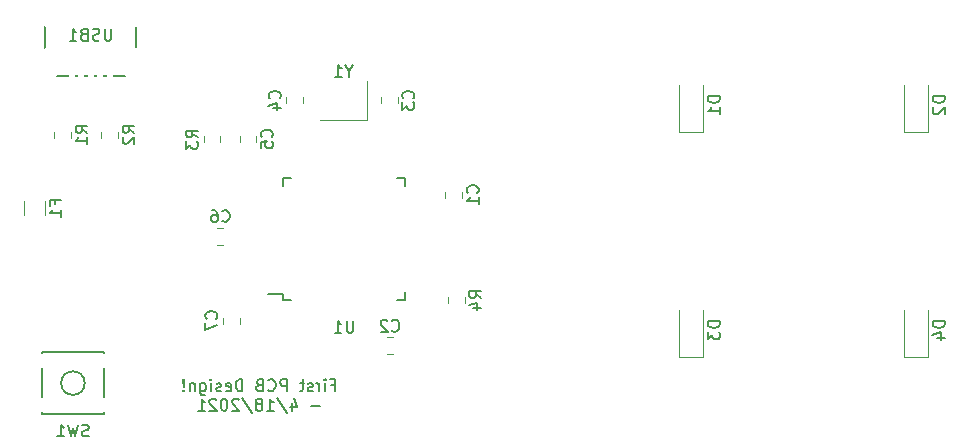
<source format=gbo>
G04 #@! TF.GenerationSoftware,KiCad,Pcbnew,(5.1.4)-1*
G04 #@! TF.CreationDate,2021-04-18T17:33:52-07:00*
G04 #@! TF.ProjectId,ai03-pcb-guide,61693033-2d70-4636-922d-67756964652e,rev?*
G04 #@! TF.SameCoordinates,Original*
G04 #@! TF.FileFunction,Legend,Bot*
G04 #@! TF.FilePolarity,Positive*
%FSLAX46Y46*%
G04 Gerber Fmt 4.6, Leading zero omitted, Abs format (unit mm)*
G04 Created by KiCad (PCBNEW (5.1.4)-1) date 2021-04-18 17:33:52*
%MOMM*%
%LPD*%
G04 APERTURE LIST*
%ADD10C,0.150000*%
%ADD11C,0.120000*%
%ADD12R,1.302000X1.002000*%
%ADD13R,1.502000X1.302000*%
%ADD14O,1.802000X2.802000*%
%ADD15R,0.602000X2.352000*%
%ADD16R,1.602000X0.652000*%
%ADD17R,0.652000X1.602000*%
%ADD18R,1.902000X1.202000*%
%ADD19C,0.100000*%
%ADD20C,1.077000*%
%ADD21C,1.852000*%
%ADD22R,2.007000X2.007000*%
%ADD23C,2.007000*%
%ADD24C,2.352000*%
%ADD25C,4.089800*%
%ADD26C,2.352000*%
%ADD27C,1.352000*%
G04 APERTURE END LIST*
D10*
X128308928Y-151503571D02*
X128642261Y-151503571D01*
X128642261Y-152027380D02*
X128642261Y-151027380D01*
X128166071Y-151027380D01*
X127785119Y-152027380D02*
X127785119Y-151360714D01*
X127785119Y-151027380D02*
X127832738Y-151075000D01*
X127785119Y-151122619D01*
X127737500Y-151075000D01*
X127785119Y-151027380D01*
X127785119Y-151122619D01*
X127308928Y-152027380D02*
X127308928Y-151360714D01*
X127308928Y-151551190D02*
X127261309Y-151455952D01*
X127213690Y-151408333D01*
X127118452Y-151360714D01*
X127023214Y-151360714D01*
X126737500Y-151979761D02*
X126642261Y-152027380D01*
X126451785Y-152027380D01*
X126356547Y-151979761D01*
X126308928Y-151884523D01*
X126308928Y-151836904D01*
X126356547Y-151741666D01*
X126451785Y-151694047D01*
X126594642Y-151694047D01*
X126689880Y-151646428D01*
X126737500Y-151551190D01*
X126737500Y-151503571D01*
X126689880Y-151408333D01*
X126594642Y-151360714D01*
X126451785Y-151360714D01*
X126356547Y-151408333D01*
X126023214Y-151360714D02*
X125642261Y-151360714D01*
X125880357Y-151027380D02*
X125880357Y-151884523D01*
X125832738Y-151979761D01*
X125737500Y-152027380D01*
X125642261Y-152027380D01*
X124547023Y-152027380D02*
X124547023Y-151027380D01*
X124166071Y-151027380D01*
X124070833Y-151075000D01*
X124023214Y-151122619D01*
X123975595Y-151217857D01*
X123975595Y-151360714D01*
X124023214Y-151455952D01*
X124070833Y-151503571D01*
X124166071Y-151551190D01*
X124547023Y-151551190D01*
X122975595Y-151932142D02*
X123023214Y-151979761D01*
X123166071Y-152027380D01*
X123261309Y-152027380D01*
X123404166Y-151979761D01*
X123499404Y-151884523D01*
X123547023Y-151789285D01*
X123594642Y-151598809D01*
X123594642Y-151455952D01*
X123547023Y-151265476D01*
X123499404Y-151170238D01*
X123404166Y-151075000D01*
X123261309Y-151027380D01*
X123166071Y-151027380D01*
X123023214Y-151075000D01*
X122975595Y-151122619D01*
X122213690Y-151503571D02*
X122070833Y-151551190D01*
X122023214Y-151598809D01*
X121975595Y-151694047D01*
X121975595Y-151836904D01*
X122023214Y-151932142D01*
X122070833Y-151979761D01*
X122166071Y-152027380D01*
X122547023Y-152027380D01*
X122547023Y-151027380D01*
X122213690Y-151027380D01*
X122118452Y-151075000D01*
X122070833Y-151122619D01*
X122023214Y-151217857D01*
X122023214Y-151313095D01*
X122070833Y-151408333D01*
X122118452Y-151455952D01*
X122213690Y-151503571D01*
X122547023Y-151503571D01*
X120785119Y-152027380D02*
X120785119Y-151027380D01*
X120547023Y-151027380D01*
X120404166Y-151075000D01*
X120308928Y-151170238D01*
X120261309Y-151265476D01*
X120213690Y-151455952D01*
X120213690Y-151598809D01*
X120261309Y-151789285D01*
X120308928Y-151884523D01*
X120404166Y-151979761D01*
X120547023Y-152027380D01*
X120785119Y-152027380D01*
X119404166Y-151979761D02*
X119499404Y-152027380D01*
X119689880Y-152027380D01*
X119785119Y-151979761D01*
X119832738Y-151884523D01*
X119832738Y-151503571D01*
X119785119Y-151408333D01*
X119689880Y-151360714D01*
X119499404Y-151360714D01*
X119404166Y-151408333D01*
X119356547Y-151503571D01*
X119356547Y-151598809D01*
X119832738Y-151694047D01*
X118975595Y-151979761D02*
X118880357Y-152027380D01*
X118689880Y-152027380D01*
X118594642Y-151979761D01*
X118547023Y-151884523D01*
X118547023Y-151836904D01*
X118594642Y-151741666D01*
X118689880Y-151694047D01*
X118832738Y-151694047D01*
X118927976Y-151646428D01*
X118975595Y-151551190D01*
X118975595Y-151503571D01*
X118927976Y-151408333D01*
X118832738Y-151360714D01*
X118689880Y-151360714D01*
X118594642Y-151408333D01*
X118118452Y-152027380D02*
X118118452Y-151360714D01*
X118118452Y-151027380D02*
X118166071Y-151075000D01*
X118118452Y-151122619D01*
X118070833Y-151075000D01*
X118118452Y-151027380D01*
X118118452Y-151122619D01*
X117213690Y-151360714D02*
X117213690Y-152170238D01*
X117261309Y-152265476D01*
X117308928Y-152313095D01*
X117404166Y-152360714D01*
X117547023Y-152360714D01*
X117642261Y-152313095D01*
X117213690Y-151979761D02*
X117308928Y-152027380D01*
X117499404Y-152027380D01*
X117594642Y-151979761D01*
X117642261Y-151932142D01*
X117689880Y-151836904D01*
X117689880Y-151551190D01*
X117642261Y-151455952D01*
X117594642Y-151408333D01*
X117499404Y-151360714D01*
X117308928Y-151360714D01*
X117213690Y-151408333D01*
X116737500Y-151360714D02*
X116737500Y-152027380D01*
X116737500Y-151455952D02*
X116689880Y-151408333D01*
X116594642Y-151360714D01*
X116451785Y-151360714D01*
X116356547Y-151408333D01*
X116308928Y-151503571D01*
X116308928Y-152027380D01*
X115832738Y-151932142D02*
X115785119Y-151979761D01*
X115832738Y-152027380D01*
X115880357Y-151979761D01*
X115832738Y-151932142D01*
X115832738Y-152027380D01*
X115832738Y-151646428D02*
X115880357Y-151075000D01*
X115832738Y-151027380D01*
X115785119Y-151075000D01*
X115832738Y-151646428D01*
X115832738Y-151027380D01*
X127380357Y-153296428D02*
X126618452Y-153296428D01*
X124951785Y-153010714D02*
X124951785Y-153677380D01*
X125189880Y-152629761D02*
X125427976Y-153344047D01*
X124808928Y-153344047D01*
X123713690Y-152629761D02*
X124570833Y-153915476D01*
X122856547Y-153677380D02*
X123427976Y-153677380D01*
X123142261Y-153677380D02*
X123142261Y-152677380D01*
X123237500Y-152820238D01*
X123332738Y-152915476D01*
X123427976Y-152963095D01*
X122285119Y-153105952D02*
X122380357Y-153058333D01*
X122427976Y-153010714D01*
X122475595Y-152915476D01*
X122475595Y-152867857D01*
X122427976Y-152772619D01*
X122380357Y-152725000D01*
X122285119Y-152677380D01*
X122094642Y-152677380D01*
X121999404Y-152725000D01*
X121951785Y-152772619D01*
X121904166Y-152867857D01*
X121904166Y-152915476D01*
X121951785Y-153010714D01*
X121999404Y-153058333D01*
X122094642Y-153105952D01*
X122285119Y-153105952D01*
X122380357Y-153153571D01*
X122427976Y-153201190D01*
X122475595Y-153296428D01*
X122475595Y-153486904D01*
X122427976Y-153582142D01*
X122380357Y-153629761D01*
X122285119Y-153677380D01*
X122094642Y-153677380D01*
X121999404Y-153629761D01*
X121951785Y-153582142D01*
X121904166Y-153486904D01*
X121904166Y-153296428D01*
X121951785Y-153201190D01*
X121999404Y-153153571D01*
X122094642Y-153105952D01*
X120761309Y-152629761D02*
X121618452Y-153915476D01*
X120475595Y-152772619D02*
X120427976Y-152725000D01*
X120332738Y-152677380D01*
X120094642Y-152677380D01*
X119999404Y-152725000D01*
X119951785Y-152772619D01*
X119904166Y-152867857D01*
X119904166Y-152963095D01*
X119951785Y-153105952D01*
X120523214Y-153677380D01*
X119904166Y-153677380D01*
X119285119Y-152677380D02*
X119189880Y-152677380D01*
X119094642Y-152725000D01*
X119047023Y-152772619D01*
X118999404Y-152867857D01*
X118951785Y-153058333D01*
X118951785Y-153296428D01*
X118999404Y-153486904D01*
X119047023Y-153582142D01*
X119094642Y-153629761D01*
X119189880Y-153677380D01*
X119285119Y-153677380D01*
X119380357Y-153629761D01*
X119427976Y-153582142D01*
X119475595Y-153486904D01*
X119523214Y-153296428D01*
X119523214Y-153058333D01*
X119475595Y-152867857D01*
X119427976Y-152772619D01*
X119380357Y-152725000D01*
X119285119Y-152677380D01*
X118570833Y-152772619D02*
X118523214Y-152725000D01*
X118427976Y-152677380D01*
X118189880Y-152677380D01*
X118094642Y-152725000D01*
X118047023Y-152772619D01*
X117999404Y-152867857D01*
X117999404Y-152963095D01*
X118047023Y-153105952D01*
X118618452Y-153677380D01*
X117999404Y-153677380D01*
X117047023Y-153677380D02*
X117618452Y-153677380D01*
X117332738Y-153677380D02*
X117332738Y-152677380D01*
X117427976Y-152820238D01*
X117523214Y-152915476D01*
X117618452Y-152963095D01*
D11*
X178800000Y-130043750D02*
X178800000Y-126143750D01*
X176800000Y-130043750D02*
X176800000Y-126143750D01*
X178800000Y-130043750D02*
X176800000Y-130043750D01*
X159750000Y-130043750D02*
X159750000Y-126143750D01*
X157750000Y-130043750D02*
X157750000Y-126143750D01*
X159750000Y-130043750D02*
X157750000Y-130043750D01*
X131329000Y-125738250D02*
X131329000Y-129038250D01*
X131329000Y-129038250D02*
X127329000Y-129038250D01*
D10*
X104100000Y-119856250D02*
X104100000Y-125306250D01*
X111800000Y-119856250D02*
X111800000Y-125306250D01*
X104100000Y-125306250D02*
X111800000Y-125306250D01*
X124238000Y-144335250D02*
X124238000Y-143760250D01*
X134588000Y-144335250D02*
X134588000Y-143660250D01*
X134588000Y-133985250D02*
X134588000Y-134660250D01*
X124238000Y-133985250D02*
X124238000Y-134660250D01*
X124238000Y-144335250D02*
X124913000Y-144335250D01*
X124238000Y-133985250D02*
X124913000Y-133985250D01*
X134588000Y-133985250D02*
X133913000Y-133985250D01*
X134588000Y-144335250D02*
X133913000Y-144335250D01*
X124238000Y-143760250D02*
X122963000Y-143760250D01*
X109037500Y-148743750D02*
X103837500Y-148743750D01*
X103837500Y-148743750D02*
X103837500Y-153943750D01*
X103837500Y-153943750D02*
X109037500Y-153943750D01*
X109037500Y-153943750D02*
X109037500Y-148743750D01*
X107437500Y-151343750D02*
G75*
G03X107437500Y-151343750I-1000000J0D01*
G01*
D11*
X138196250Y-144577328D02*
X138196250Y-144060172D01*
X139616250Y-144577328D02*
X139616250Y-144060172D01*
X117495250Y-130456172D02*
X117495250Y-130973328D01*
X118915250Y-130456172D02*
X118915250Y-130973328D01*
X108827500Y-130577328D02*
X108827500Y-130060172D01*
X110247500Y-130577328D02*
X110247500Y-130060172D01*
X104858750Y-130577328D02*
X104858750Y-130060172D01*
X106278750Y-130577328D02*
X106278750Y-130060172D01*
X104097500Y-137127064D02*
X104097500Y-135922936D01*
X102277500Y-137127064D02*
X102277500Y-135922936D01*
X178800000Y-149093750D02*
X178800000Y-145193750D01*
X176800000Y-149093750D02*
X176800000Y-145193750D01*
X178800000Y-149093750D02*
X176800000Y-149093750D01*
X159750000Y-149093750D02*
X159750000Y-145193750D01*
X157750000Y-149093750D02*
X157750000Y-145193750D01*
X159750000Y-149093750D02*
X157750000Y-149093750D01*
X119146250Y-145791422D02*
X119146250Y-146308578D01*
X120566250Y-145791422D02*
X120566250Y-146308578D01*
X119177328Y-138196250D02*
X118660172Y-138196250D01*
X119177328Y-139616250D02*
X118660172Y-139616250D01*
X121963250Y-130924828D02*
X121963250Y-130407672D01*
X120543250Y-130924828D02*
X120543250Y-130407672D01*
X125932000Y-127139172D02*
X125932000Y-127656328D01*
X124512000Y-127139172D02*
X124512000Y-127656328D01*
X133933000Y-127656328D02*
X133933000Y-127139172D01*
X132513000Y-127656328D02*
X132513000Y-127139172D01*
X133530078Y-147467250D02*
X133012922Y-147467250D01*
X133530078Y-148887250D02*
X133012922Y-148887250D01*
X139394000Y-135657328D02*
X139394000Y-135140172D01*
X137974000Y-135657328D02*
X137974000Y-135140172D01*
D10*
X180252380Y-127055654D02*
X179252380Y-127055654D01*
X179252380Y-127293750D01*
X179300000Y-127436607D01*
X179395238Y-127531845D01*
X179490476Y-127579464D01*
X179680952Y-127627083D01*
X179823809Y-127627083D01*
X180014285Y-127579464D01*
X180109523Y-127531845D01*
X180204761Y-127436607D01*
X180252380Y-127293750D01*
X180252380Y-127055654D01*
X179347619Y-128008035D02*
X179300000Y-128055654D01*
X179252380Y-128150892D01*
X179252380Y-128388988D01*
X179300000Y-128484226D01*
X179347619Y-128531845D01*
X179442857Y-128579464D01*
X179538095Y-128579464D01*
X179680952Y-128531845D01*
X180252380Y-127960416D01*
X180252380Y-128579464D01*
X161202380Y-127055654D02*
X160202380Y-127055654D01*
X160202380Y-127293750D01*
X160250000Y-127436607D01*
X160345238Y-127531845D01*
X160440476Y-127579464D01*
X160630952Y-127627083D01*
X160773809Y-127627083D01*
X160964285Y-127579464D01*
X161059523Y-127531845D01*
X161154761Y-127436607D01*
X161202380Y-127293750D01*
X161202380Y-127055654D01*
X161202380Y-128579464D02*
X161202380Y-128008035D01*
X161202380Y-128293750D02*
X160202380Y-128293750D01*
X160345238Y-128198511D01*
X160440476Y-128103273D01*
X160488095Y-128008035D01*
X129805190Y-124914440D02*
X129805190Y-125390630D01*
X130138523Y-124390630D02*
X129805190Y-124914440D01*
X129471857Y-124390630D01*
X128614714Y-125390630D02*
X129186142Y-125390630D01*
X128900428Y-125390630D02*
X128900428Y-124390630D01*
X128995666Y-124533488D01*
X129090904Y-124628726D01*
X129186142Y-124676345D01*
X109688095Y-121340630D02*
X109688095Y-122150154D01*
X109640476Y-122245392D01*
X109592857Y-122293011D01*
X109497619Y-122340630D01*
X109307142Y-122340630D01*
X109211904Y-122293011D01*
X109164285Y-122245392D01*
X109116666Y-122150154D01*
X109116666Y-121340630D01*
X108688095Y-122293011D02*
X108545238Y-122340630D01*
X108307142Y-122340630D01*
X108211904Y-122293011D01*
X108164285Y-122245392D01*
X108116666Y-122150154D01*
X108116666Y-122054916D01*
X108164285Y-121959678D01*
X108211904Y-121912059D01*
X108307142Y-121864440D01*
X108497619Y-121816821D01*
X108592857Y-121769202D01*
X108640476Y-121721583D01*
X108688095Y-121626345D01*
X108688095Y-121531107D01*
X108640476Y-121435869D01*
X108592857Y-121388250D01*
X108497619Y-121340630D01*
X108259523Y-121340630D01*
X108116666Y-121388250D01*
X107354761Y-121816821D02*
X107211904Y-121864440D01*
X107164285Y-121912059D01*
X107116666Y-122007297D01*
X107116666Y-122150154D01*
X107164285Y-122245392D01*
X107211904Y-122293011D01*
X107307142Y-122340630D01*
X107688095Y-122340630D01*
X107688095Y-121340630D01*
X107354761Y-121340630D01*
X107259523Y-121388250D01*
X107211904Y-121435869D01*
X107164285Y-121531107D01*
X107164285Y-121626345D01*
X107211904Y-121721583D01*
X107259523Y-121769202D01*
X107354761Y-121816821D01*
X107688095Y-121816821D01*
X106164285Y-122340630D02*
X106735714Y-122340630D01*
X106450000Y-122340630D02*
X106450000Y-121340630D01*
X106545238Y-121483488D01*
X106640476Y-121578726D01*
X106735714Y-121626345D01*
X130174904Y-146062630D02*
X130174904Y-146872154D01*
X130127285Y-146967392D01*
X130079666Y-147015011D01*
X129984428Y-147062630D01*
X129793952Y-147062630D01*
X129698714Y-147015011D01*
X129651095Y-146967392D01*
X129603476Y-146872154D01*
X129603476Y-146062630D01*
X128603476Y-147062630D02*
X129174904Y-147062630D01*
X128889190Y-147062630D02*
X128889190Y-146062630D01*
X128984428Y-146205488D01*
X129079666Y-146300726D01*
X129174904Y-146348345D01*
X107770833Y-155812511D02*
X107627976Y-155860130D01*
X107389880Y-155860130D01*
X107294642Y-155812511D01*
X107247023Y-155764892D01*
X107199404Y-155669654D01*
X107199404Y-155574416D01*
X107247023Y-155479178D01*
X107294642Y-155431559D01*
X107389880Y-155383940D01*
X107580357Y-155336321D01*
X107675595Y-155288702D01*
X107723214Y-155241083D01*
X107770833Y-155145845D01*
X107770833Y-155050607D01*
X107723214Y-154955369D01*
X107675595Y-154907750D01*
X107580357Y-154860130D01*
X107342261Y-154860130D01*
X107199404Y-154907750D01*
X106866071Y-154860130D02*
X106627976Y-155860130D01*
X106437500Y-155145845D01*
X106247023Y-155860130D01*
X106008928Y-154860130D01*
X105104166Y-155860130D02*
X105675595Y-155860130D01*
X105389880Y-155860130D02*
X105389880Y-154860130D01*
X105485119Y-155002988D01*
X105580357Y-155098226D01*
X105675595Y-155145845D01*
X141008630Y-144152083D02*
X140532440Y-143818750D01*
X141008630Y-143580654D02*
X140008630Y-143580654D01*
X140008630Y-143961607D01*
X140056250Y-144056845D01*
X140103869Y-144104464D01*
X140199107Y-144152083D01*
X140341964Y-144152083D01*
X140437202Y-144104464D01*
X140484821Y-144056845D01*
X140532440Y-143961607D01*
X140532440Y-143580654D01*
X140341964Y-145009226D02*
X141008630Y-145009226D01*
X139961011Y-144771130D02*
X140675297Y-144533035D01*
X140675297Y-145152083D01*
X117007630Y-130548083D02*
X116531440Y-130214750D01*
X117007630Y-129976654D02*
X116007630Y-129976654D01*
X116007630Y-130357607D01*
X116055250Y-130452845D01*
X116102869Y-130500464D01*
X116198107Y-130548083D01*
X116340964Y-130548083D01*
X116436202Y-130500464D01*
X116483821Y-130452845D01*
X116531440Y-130357607D01*
X116531440Y-129976654D01*
X116007630Y-130881416D02*
X116007630Y-131500464D01*
X116388583Y-131167130D01*
X116388583Y-131309988D01*
X116436202Y-131405226D01*
X116483821Y-131452845D01*
X116579059Y-131500464D01*
X116817154Y-131500464D01*
X116912392Y-131452845D01*
X116960011Y-131405226D01*
X117007630Y-131309988D01*
X117007630Y-131024273D01*
X116960011Y-130929035D01*
X116912392Y-130881416D01*
X111639880Y-130152083D02*
X111163690Y-129818750D01*
X111639880Y-129580654D02*
X110639880Y-129580654D01*
X110639880Y-129961607D01*
X110687500Y-130056845D01*
X110735119Y-130104464D01*
X110830357Y-130152083D01*
X110973214Y-130152083D01*
X111068452Y-130104464D01*
X111116071Y-130056845D01*
X111163690Y-129961607D01*
X111163690Y-129580654D01*
X110735119Y-130533035D02*
X110687500Y-130580654D01*
X110639880Y-130675892D01*
X110639880Y-130913988D01*
X110687500Y-131009226D01*
X110735119Y-131056845D01*
X110830357Y-131104464D01*
X110925595Y-131104464D01*
X111068452Y-131056845D01*
X111639880Y-130485416D01*
X111639880Y-131104464D01*
X107671130Y-130152083D02*
X107194940Y-129818750D01*
X107671130Y-129580654D02*
X106671130Y-129580654D01*
X106671130Y-129961607D01*
X106718750Y-130056845D01*
X106766369Y-130104464D01*
X106861607Y-130152083D01*
X107004464Y-130152083D01*
X107099702Y-130104464D01*
X107147321Y-130056845D01*
X107194940Y-129961607D01*
X107194940Y-129580654D01*
X107671130Y-131104464D02*
X107671130Y-130533035D01*
X107671130Y-130818750D02*
X106671130Y-130818750D01*
X106813988Y-130723511D01*
X106909226Y-130628273D01*
X106956845Y-130533035D01*
X104936071Y-136191666D02*
X104936071Y-135858333D01*
X105459880Y-135858333D02*
X104459880Y-135858333D01*
X104459880Y-136334523D01*
X105459880Y-137239285D02*
X105459880Y-136667857D01*
X105459880Y-136953571D02*
X104459880Y-136953571D01*
X104602738Y-136858333D01*
X104697976Y-136763095D01*
X104745595Y-136667857D01*
X180252380Y-146105654D02*
X179252380Y-146105654D01*
X179252380Y-146343750D01*
X179300000Y-146486607D01*
X179395238Y-146581845D01*
X179490476Y-146629464D01*
X179680952Y-146677083D01*
X179823809Y-146677083D01*
X180014285Y-146629464D01*
X180109523Y-146581845D01*
X180204761Y-146486607D01*
X180252380Y-146343750D01*
X180252380Y-146105654D01*
X179585714Y-147534226D02*
X180252380Y-147534226D01*
X179204761Y-147296130D02*
X179919047Y-147058035D01*
X179919047Y-147677083D01*
X161202380Y-146105654D02*
X160202380Y-146105654D01*
X160202380Y-146343750D01*
X160250000Y-146486607D01*
X160345238Y-146581845D01*
X160440476Y-146629464D01*
X160630952Y-146677083D01*
X160773809Y-146677083D01*
X160964285Y-146629464D01*
X161059523Y-146581845D01*
X161154761Y-146486607D01*
X161202380Y-146343750D01*
X161202380Y-146105654D01*
X160202380Y-147010416D02*
X160202380Y-147629464D01*
X160583333Y-147296130D01*
X160583333Y-147438988D01*
X160630952Y-147534226D01*
X160678571Y-147581845D01*
X160773809Y-147629464D01*
X161011904Y-147629464D01*
X161107142Y-147581845D01*
X161154761Y-147534226D01*
X161202380Y-147438988D01*
X161202380Y-147153273D01*
X161154761Y-147058035D01*
X161107142Y-147010416D01*
X118563392Y-145883333D02*
X118611011Y-145835714D01*
X118658630Y-145692857D01*
X118658630Y-145597619D01*
X118611011Y-145454761D01*
X118515773Y-145359523D01*
X118420535Y-145311904D01*
X118230059Y-145264285D01*
X118087202Y-145264285D01*
X117896726Y-145311904D01*
X117801488Y-145359523D01*
X117706250Y-145454761D01*
X117658630Y-145597619D01*
X117658630Y-145692857D01*
X117706250Y-145835714D01*
X117753869Y-145883333D01*
X117658630Y-146216666D02*
X117658630Y-146883333D01*
X118658630Y-146454761D01*
X119085416Y-137613392D02*
X119133035Y-137661011D01*
X119275892Y-137708630D01*
X119371130Y-137708630D01*
X119513988Y-137661011D01*
X119609226Y-137565773D01*
X119656845Y-137470535D01*
X119704464Y-137280059D01*
X119704464Y-137137202D01*
X119656845Y-136946726D01*
X119609226Y-136851488D01*
X119513988Y-136756250D01*
X119371130Y-136708630D01*
X119275892Y-136708630D01*
X119133035Y-136756250D01*
X119085416Y-136803869D01*
X118228273Y-136708630D02*
X118418750Y-136708630D01*
X118513988Y-136756250D01*
X118561607Y-136803869D01*
X118656845Y-136946726D01*
X118704464Y-137137202D01*
X118704464Y-137518154D01*
X118656845Y-137613392D01*
X118609226Y-137661011D01*
X118513988Y-137708630D01*
X118323511Y-137708630D01*
X118228273Y-137661011D01*
X118180654Y-137613392D01*
X118133035Y-137518154D01*
X118133035Y-137280059D01*
X118180654Y-137184821D01*
X118228273Y-137137202D01*
X118323511Y-137089583D01*
X118513988Y-137089583D01*
X118609226Y-137137202D01*
X118656845Y-137184821D01*
X118704464Y-137280059D01*
X123260392Y-130499583D02*
X123308011Y-130451964D01*
X123355630Y-130309107D01*
X123355630Y-130213869D01*
X123308011Y-130071011D01*
X123212773Y-129975773D01*
X123117535Y-129928154D01*
X122927059Y-129880535D01*
X122784202Y-129880535D01*
X122593726Y-129928154D01*
X122498488Y-129975773D01*
X122403250Y-130071011D01*
X122355630Y-130213869D01*
X122355630Y-130309107D01*
X122403250Y-130451964D01*
X122450869Y-130499583D01*
X122355630Y-131404345D02*
X122355630Y-130928154D01*
X122831821Y-130880535D01*
X122784202Y-130928154D01*
X122736583Y-131023392D01*
X122736583Y-131261488D01*
X122784202Y-131356726D01*
X122831821Y-131404345D01*
X122927059Y-131451964D01*
X123165154Y-131451964D01*
X123260392Y-131404345D01*
X123308011Y-131356726D01*
X123355630Y-131261488D01*
X123355630Y-131023392D01*
X123308011Y-130928154D01*
X123260392Y-130880535D01*
X123929142Y-127231083D02*
X123976761Y-127183464D01*
X124024380Y-127040607D01*
X124024380Y-126945369D01*
X123976761Y-126802511D01*
X123881523Y-126707273D01*
X123786285Y-126659654D01*
X123595809Y-126612035D01*
X123452952Y-126612035D01*
X123262476Y-126659654D01*
X123167238Y-126707273D01*
X123072000Y-126802511D01*
X123024380Y-126945369D01*
X123024380Y-127040607D01*
X123072000Y-127183464D01*
X123119619Y-127231083D01*
X123357714Y-128088226D02*
X124024380Y-128088226D01*
X122976761Y-127850130D02*
X123691047Y-127612035D01*
X123691047Y-128231083D01*
X135230142Y-127231083D02*
X135277761Y-127183464D01*
X135325380Y-127040607D01*
X135325380Y-126945369D01*
X135277761Y-126802511D01*
X135182523Y-126707273D01*
X135087285Y-126659654D01*
X134896809Y-126612035D01*
X134753952Y-126612035D01*
X134563476Y-126659654D01*
X134468238Y-126707273D01*
X134373000Y-126802511D01*
X134325380Y-126945369D01*
X134325380Y-127040607D01*
X134373000Y-127183464D01*
X134420619Y-127231083D01*
X134325380Y-127564416D02*
X134325380Y-128183464D01*
X134706333Y-127850130D01*
X134706333Y-127992988D01*
X134753952Y-128088226D01*
X134801571Y-128135845D01*
X134896809Y-128183464D01*
X135134904Y-128183464D01*
X135230142Y-128135845D01*
X135277761Y-128088226D01*
X135325380Y-127992988D01*
X135325380Y-127707273D01*
X135277761Y-127612035D01*
X135230142Y-127564416D01*
X133438166Y-146884392D02*
X133485785Y-146932011D01*
X133628642Y-146979630D01*
X133723880Y-146979630D01*
X133866738Y-146932011D01*
X133961976Y-146836773D01*
X134009595Y-146741535D01*
X134057214Y-146551059D01*
X134057214Y-146408202D01*
X134009595Y-146217726D01*
X133961976Y-146122488D01*
X133866738Y-146027250D01*
X133723880Y-145979630D01*
X133628642Y-145979630D01*
X133485785Y-146027250D01*
X133438166Y-146074869D01*
X133057214Y-146074869D02*
X133009595Y-146027250D01*
X132914357Y-145979630D01*
X132676261Y-145979630D01*
X132581023Y-146027250D01*
X132533404Y-146074869D01*
X132485785Y-146170107D01*
X132485785Y-146265345D01*
X132533404Y-146408202D01*
X133104833Y-146979630D01*
X132485785Y-146979630D01*
X140691142Y-135232083D02*
X140738761Y-135184464D01*
X140786380Y-135041607D01*
X140786380Y-134946369D01*
X140738761Y-134803511D01*
X140643523Y-134708273D01*
X140548285Y-134660654D01*
X140357809Y-134613035D01*
X140214952Y-134613035D01*
X140024476Y-134660654D01*
X139929238Y-134708273D01*
X139834000Y-134803511D01*
X139786380Y-134946369D01*
X139786380Y-135041607D01*
X139834000Y-135184464D01*
X139881619Y-135232083D01*
X140786380Y-136184464D02*
X140786380Y-135613035D01*
X140786380Y-135898750D02*
X139786380Y-135898750D01*
X139929238Y-135803511D01*
X140024476Y-135708273D01*
X140072095Y-135613035D01*
%LPC*%
D12*
X177800000Y-126143750D03*
X177800000Y-129443750D03*
X158750000Y-126143750D03*
X158750000Y-129443750D03*
D13*
X130429000Y-128238250D03*
X128229000Y-128238250D03*
X128229000Y-126538250D03*
X130429000Y-126538250D03*
D14*
X104300000Y-119856250D03*
X111600000Y-119856250D03*
X111600000Y-124356250D03*
X104300000Y-124356250D03*
D15*
X106350000Y-124356250D03*
X107150000Y-124356250D03*
X107950000Y-124356250D03*
X108750000Y-124356250D03*
X109550000Y-124356250D03*
D16*
X123713000Y-143160250D03*
X123713000Y-142360250D03*
X123713000Y-141560250D03*
X123713000Y-140760250D03*
X123713000Y-139960250D03*
X123713000Y-139160250D03*
X123713000Y-138360250D03*
X123713000Y-137560250D03*
X123713000Y-136760250D03*
X123713000Y-135960250D03*
X123713000Y-135160250D03*
D17*
X125413000Y-133460250D03*
X126213000Y-133460250D03*
X127013000Y-133460250D03*
X127813000Y-133460250D03*
X128613000Y-133460250D03*
X129413000Y-133460250D03*
X130213000Y-133460250D03*
X131013000Y-133460250D03*
X131813000Y-133460250D03*
X132613000Y-133460250D03*
X133413000Y-133460250D03*
D16*
X135113000Y-135160250D03*
X135113000Y-135960250D03*
X135113000Y-136760250D03*
X135113000Y-137560250D03*
X135113000Y-138360250D03*
X135113000Y-139160250D03*
X135113000Y-139960250D03*
X135113000Y-140760250D03*
X135113000Y-141560250D03*
X135113000Y-142360250D03*
X135113000Y-143160250D03*
D17*
X133413000Y-144860250D03*
X132613000Y-144860250D03*
X131813000Y-144860250D03*
X131013000Y-144860250D03*
X130213000Y-144860250D03*
X129413000Y-144860250D03*
X128613000Y-144860250D03*
X127813000Y-144860250D03*
X127013000Y-144860250D03*
X126213000Y-144860250D03*
X125413000Y-144860250D03*
D18*
X109537500Y-153193750D03*
X103337500Y-149493750D03*
X109537500Y-149493750D03*
X103337500Y-153193750D03*
D19*
G36*
X139414391Y-142844047D02*
G01*
X139440528Y-142847924D01*
X139466159Y-142854344D01*
X139491038Y-142863245D01*
X139514924Y-142874543D01*
X139537587Y-142888127D01*
X139558810Y-142903867D01*
X139578389Y-142921611D01*
X139596133Y-142941190D01*
X139611873Y-142962413D01*
X139625457Y-142985076D01*
X139636755Y-143008962D01*
X139645656Y-143033841D01*
X139652076Y-143059472D01*
X139655953Y-143085609D01*
X139657250Y-143112000D01*
X139657250Y-143650500D01*
X139655953Y-143676891D01*
X139652076Y-143703028D01*
X139645656Y-143728659D01*
X139636755Y-143753538D01*
X139625457Y-143777424D01*
X139611873Y-143800087D01*
X139596133Y-143821310D01*
X139578389Y-143840889D01*
X139558810Y-143858633D01*
X139537587Y-143874373D01*
X139514924Y-143887957D01*
X139491038Y-143899255D01*
X139466159Y-143908156D01*
X139440528Y-143914576D01*
X139414391Y-143918453D01*
X139388000Y-143919750D01*
X138424500Y-143919750D01*
X138398109Y-143918453D01*
X138371972Y-143914576D01*
X138346341Y-143908156D01*
X138321462Y-143899255D01*
X138297576Y-143887957D01*
X138274913Y-143874373D01*
X138253690Y-143858633D01*
X138234111Y-143840889D01*
X138216367Y-143821310D01*
X138200627Y-143800087D01*
X138187043Y-143777424D01*
X138175745Y-143753538D01*
X138166844Y-143728659D01*
X138160424Y-143703028D01*
X138156547Y-143676891D01*
X138155250Y-143650500D01*
X138155250Y-143112000D01*
X138156547Y-143085609D01*
X138160424Y-143059472D01*
X138166844Y-143033841D01*
X138175745Y-143008962D01*
X138187043Y-142985076D01*
X138200627Y-142962413D01*
X138216367Y-142941190D01*
X138234111Y-142921611D01*
X138253690Y-142903867D01*
X138274913Y-142888127D01*
X138297576Y-142874543D01*
X138321462Y-142863245D01*
X138346341Y-142854344D01*
X138371972Y-142847924D01*
X138398109Y-142844047D01*
X138424500Y-142842750D01*
X139388000Y-142842750D01*
X139414391Y-142844047D01*
X139414391Y-142844047D01*
G37*
D20*
X138906250Y-143381250D03*
D19*
G36*
X139414391Y-144719047D02*
G01*
X139440528Y-144722924D01*
X139466159Y-144729344D01*
X139491038Y-144738245D01*
X139514924Y-144749543D01*
X139537587Y-144763127D01*
X139558810Y-144778867D01*
X139578389Y-144796611D01*
X139596133Y-144816190D01*
X139611873Y-144837413D01*
X139625457Y-144860076D01*
X139636755Y-144883962D01*
X139645656Y-144908841D01*
X139652076Y-144934472D01*
X139655953Y-144960609D01*
X139657250Y-144987000D01*
X139657250Y-145525500D01*
X139655953Y-145551891D01*
X139652076Y-145578028D01*
X139645656Y-145603659D01*
X139636755Y-145628538D01*
X139625457Y-145652424D01*
X139611873Y-145675087D01*
X139596133Y-145696310D01*
X139578389Y-145715889D01*
X139558810Y-145733633D01*
X139537587Y-145749373D01*
X139514924Y-145762957D01*
X139491038Y-145774255D01*
X139466159Y-145783156D01*
X139440528Y-145789576D01*
X139414391Y-145793453D01*
X139388000Y-145794750D01*
X138424500Y-145794750D01*
X138398109Y-145793453D01*
X138371972Y-145789576D01*
X138346341Y-145783156D01*
X138321462Y-145774255D01*
X138297576Y-145762957D01*
X138274913Y-145749373D01*
X138253690Y-145733633D01*
X138234111Y-145715889D01*
X138216367Y-145696310D01*
X138200627Y-145675087D01*
X138187043Y-145652424D01*
X138175745Y-145628538D01*
X138166844Y-145603659D01*
X138160424Y-145578028D01*
X138156547Y-145551891D01*
X138155250Y-145525500D01*
X138155250Y-144987000D01*
X138156547Y-144960609D01*
X138160424Y-144934472D01*
X138166844Y-144908841D01*
X138175745Y-144883962D01*
X138187043Y-144860076D01*
X138200627Y-144837413D01*
X138216367Y-144816190D01*
X138234111Y-144796611D01*
X138253690Y-144778867D01*
X138274913Y-144763127D01*
X138297576Y-144749543D01*
X138321462Y-144738245D01*
X138346341Y-144729344D01*
X138371972Y-144722924D01*
X138398109Y-144719047D01*
X138424500Y-144717750D01*
X139388000Y-144717750D01*
X139414391Y-144719047D01*
X139414391Y-144719047D01*
G37*
D20*
X138906250Y-145256250D03*
D19*
G36*
X118713391Y-129240047D02*
G01*
X118739528Y-129243924D01*
X118765159Y-129250344D01*
X118790038Y-129259245D01*
X118813924Y-129270543D01*
X118836587Y-129284127D01*
X118857810Y-129299867D01*
X118877389Y-129317611D01*
X118895133Y-129337190D01*
X118910873Y-129358413D01*
X118924457Y-129381076D01*
X118935755Y-129404962D01*
X118944656Y-129429841D01*
X118951076Y-129455472D01*
X118954953Y-129481609D01*
X118956250Y-129508000D01*
X118956250Y-130046500D01*
X118954953Y-130072891D01*
X118951076Y-130099028D01*
X118944656Y-130124659D01*
X118935755Y-130149538D01*
X118924457Y-130173424D01*
X118910873Y-130196087D01*
X118895133Y-130217310D01*
X118877389Y-130236889D01*
X118857810Y-130254633D01*
X118836587Y-130270373D01*
X118813924Y-130283957D01*
X118790038Y-130295255D01*
X118765159Y-130304156D01*
X118739528Y-130310576D01*
X118713391Y-130314453D01*
X118687000Y-130315750D01*
X117723500Y-130315750D01*
X117697109Y-130314453D01*
X117670972Y-130310576D01*
X117645341Y-130304156D01*
X117620462Y-130295255D01*
X117596576Y-130283957D01*
X117573913Y-130270373D01*
X117552690Y-130254633D01*
X117533111Y-130236889D01*
X117515367Y-130217310D01*
X117499627Y-130196087D01*
X117486043Y-130173424D01*
X117474745Y-130149538D01*
X117465844Y-130124659D01*
X117459424Y-130099028D01*
X117455547Y-130072891D01*
X117454250Y-130046500D01*
X117454250Y-129508000D01*
X117455547Y-129481609D01*
X117459424Y-129455472D01*
X117465844Y-129429841D01*
X117474745Y-129404962D01*
X117486043Y-129381076D01*
X117499627Y-129358413D01*
X117515367Y-129337190D01*
X117533111Y-129317611D01*
X117552690Y-129299867D01*
X117573913Y-129284127D01*
X117596576Y-129270543D01*
X117620462Y-129259245D01*
X117645341Y-129250344D01*
X117670972Y-129243924D01*
X117697109Y-129240047D01*
X117723500Y-129238750D01*
X118687000Y-129238750D01*
X118713391Y-129240047D01*
X118713391Y-129240047D01*
G37*
D20*
X118205250Y-129777250D03*
D19*
G36*
X118713391Y-131115047D02*
G01*
X118739528Y-131118924D01*
X118765159Y-131125344D01*
X118790038Y-131134245D01*
X118813924Y-131145543D01*
X118836587Y-131159127D01*
X118857810Y-131174867D01*
X118877389Y-131192611D01*
X118895133Y-131212190D01*
X118910873Y-131233413D01*
X118924457Y-131256076D01*
X118935755Y-131279962D01*
X118944656Y-131304841D01*
X118951076Y-131330472D01*
X118954953Y-131356609D01*
X118956250Y-131383000D01*
X118956250Y-131921500D01*
X118954953Y-131947891D01*
X118951076Y-131974028D01*
X118944656Y-131999659D01*
X118935755Y-132024538D01*
X118924457Y-132048424D01*
X118910873Y-132071087D01*
X118895133Y-132092310D01*
X118877389Y-132111889D01*
X118857810Y-132129633D01*
X118836587Y-132145373D01*
X118813924Y-132158957D01*
X118790038Y-132170255D01*
X118765159Y-132179156D01*
X118739528Y-132185576D01*
X118713391Y-132189453D01*
X118687000Y-132190750D01*
X117723500Y-132190750D01*
X117697109Y-132189453D01*
X117670972Y-132185576D01*
X117645341Y-132179156D01*
X117620462Y-132170255D01*
X117596576Y-132158957D01*
X117573913Y-132145373D01*
X117552690Y-132129633D01*
X117533111Y-132111889D01*
X117515367Y-132092310D01*
X117499627Y-132071087D01*
X117486043Y-132048424D01*
X117474745Y-132024538D01*
X117465844Y-131999659D01*
X117459424Y-131974028D01*
X117455547Y-131947891D01*
X117454250Y-131921500D01*
X117454250Y-131383000D01*
X117455547Y-131356609D01*
X117459424Y-131330472D01*
X117465844Y-131304841D01*
X117474745Y-131279962D01*
X117486043Y-131256076D01*
X117499627Y-131233413D01*
X117515367Y-131212190D01*
X117533111Y-131192611D01*
X117552690Y-131174867D01*
X117573913Y-131159127D01*
X117596576Y-131145543D01*
X117620462Y-131134245D01*
X117645341Y-131125344D01*
X117670972Y-131118924D01*
X117697109Y-131115047D01*
X117723500Y-131113750D01*
X118687000Y-131113750D01*
X118713391Y-131115047D01*
X118713391Y-131115047D01*
G37*
D20*
X118205250Y-131652250D03*
D19*
G36*
X110045641Y-128844047D02*
G01*
X110071778Y-128847924D01*
X110097409Y-128854344D01*
X110122288Y-128863245D01*
X110146174Y-128874543D01*
X110168837Y-128888127D01*
X110190060Y-128903867D01*
X110209639Y-128921611D01*
X110227383Y-128941190D01*
X110243123Y-128962413D01*
X110256707Y-128985076D01*
X110268005Y-129008962D01*
X110276906Y-129033841D01*
X110283326Y-129059472D01*
X110287203Y-129085609D01*
X110288500Y-129112000D01*
X110288500Y-129650500D01*
X110287203Y-129676891D01*
X110283326Y-129703028D01*
X110276906Y-129728659D01*
X110268005Y-129753538D01*
X110256707Y-129777424D01*
X110243123Y-129800087D01*
X110227383Y-129821310D01*
X110209639Y-129840889D01*
X110190060Y-129858633D01*
X110168837Y-129874373D01*
X110146174Y-129887957D01*
X110122288Y-129899255D01*
X110097409Y-129908156D01*
X110071778Y-129914576D01*
X110045641Y-129918453D01*
X110019250Y-129919750D01*
X109055750Y-129919750D01*
X109029359Y-129918453D01*
X109003222Y-129914576D01*
X108977591Y-129908156D01*
X108952712Y-129899255D01*
X108928826Y-129887957D01*
X108906163Y-129874373D01*
X108884940Y-129858633D01*
X108865361Y-129840889D01*
X108847617Y-129821310D01*
X108831877Y-129800087D01*
X108818293Y-129777424D01*
X108806995Y-129753538D01*
X108798094Y-129728659D01*
X108791674Y-129703028D01*
X108787797Y-129676891D01*
X108786500Y-129650500D01*
X108786500Y-129112000D01*
X108787797Y-129085609D01*
X108791674Y-129059472D01*
X108798094Y-129033841D01*
X108806995Y-129008962D01*
X108818293Y-128985076D01*
X108831877Y-128962413D01*
X108847617Y-128941190D01*
X108865361Y-128921611D01*
X108884940Y-128903867D01*
X108906163Y-128888127D01*
X108928826Y-128874543D01*
X108952712Y-128863245D01*
X108977591Y-128854344D01*
X109003222Y-128847924D01*
X109029359Y-128844047D01*
X109055750Y-128842750D01*
X110019250Y-128842750D01*
X110045641Y-128844047D01*
X110045641Y-128844047D01*
G37*
D20*
X109537500Y-129381250D03*
D19*
G36*
X110045641Y-130719047D02*
G01*
X110071778Y-130722924D01*
X110097409Y-130729344D01*
X110122288Y-130738245D01*
X110146174Y-130749543D01*
X110168837Y-130763127D01*
X110190060Y-130778867D01*
X110209639Y-130796611D01*
X110227383Y-130816190D01*
X110243123Y-130837413D01*
X110256707Y-130860076D01*
X110268005Y-130883962D01*
X110276906Y-130908841D01*
X110283326Y-130934472D01*
X110287203Y-130960609D01*
X110288500Y-130987000D01*
X110288500Y-131525500D01*
X110287203Y-131551891D01*
X110283326Y-131578028D01*
X110276906Y-131603659D01*
X110268005Y-131628538D01*
X110256707Y-131652424D01*
X110243123Y-131675087D01*
X110227383Y-131696310D01*
X110209639Y-131715889D01*
X110190060Y-131733633D01*
X110168837Y-131749373D01*
X110146174Y-131762957D01*
X110122288Y-131774255D01*
X110097409Y-131783156D01*
X110071778Y-131789576D01*
X110045641Y-131793453D01*
X110019250Y-131794750D01*
X109055750Y-131794750D01*
X109029359Y-131793453D01*
X109003222Y-131789576D01*
X108977591Y-131783156D01*
X108952712Y-131774255D01*
X108928826Y-131762957D01*
X108906163Y-131749373D01*
X108884940Y-131733633D01*
X108865361Y-131715889D01*
X108847617Y-131696310D01*
X108831877Y-131675087D01*
X108818293Y-131652424D01*
X108806995Y-131628538D01*
X108798094Y-131603659D01*
X108791674Y-131578028D01*
X108787797Y-131551891D01*
X108786500Y-131525500D01*
X108786500Y-130987000D01*
X108787797Y-130960609D01*
X108791674Y-130934472D01*
X108798094Y-130908841D01*
X108806995Y-130883962D01*
X108818293Y-130860076D01*
X108831877Y-130837413D01*
X108847617Y-130816190D01*
X108865361Y-130796611D01*
X108884940Y-130778867D01*
X108906163Y-130763127D01*
X108928826Y-130749543D01*
X108952712Y-130738245D01*
X108977591Y-130729344D01*
X109003222Y-130722924D01*
X109029359Y-130719047D01*
X109055750Y-130717750D01*
X110019250Y-130717750D01*
X110045641Y-130719047D01*
X110045641Y-130719047D01*
G37*
D20*
X109537500Y-131256250D03*
D19*
G36*
X106076891Y-128844047D02*
G01*
X106103028Y-128847924D01*
X106128659Y-128854344D01*
X106153538Y-128863245D01*
X106177424Y-128874543D01*
X106200087Y-128888127D01*
X106221310Y-128903867D01*
X106240889Y-128921611D01*
X106258633Y-128941190D01*
X106274373Y-128962413D01*
X106287957Y-128985076D01*
X106299255Y-129008962D01*
X106308156Y-129033841D01*
X106314576Y-129059472D01*
X106318453Y-129085609D01*
X106319750Y-129112000D01*
X106319750Y-129650500D01*
X106318453Y-129676891D01*
X106314576Y-129703028D01*
X106308156Y-129728659D01*
X106299255Y-129753538D01*
X106287957Y-129777424D01*
X106274373Y-129800087D01*
X106258633Y-129821310D01*
X106240889Y-129840889D01*
X106221310Y-129858633D01*
X106200087Y-129874373D01*
X106177424Y-129887957D01*
X106153538Y-129899255D01*
X106128659Y-129908156D01*
X106103028Y-129914576D01*
X106076891Y-129918453D01*
X106050500Y-129919750D01*
X105087000Y-129919750D01*
X105060609Y-129918453D01*
X105034472Y-129914576D01*
X105008841Y-129908156D01*
X104983962Y-129899255D01*
X104960076Y-129887957D01*
X104937413Y-129874373D01*
X104916190Y-129858633D01*
X104896611Y-129840889D01*
X104878867Y-129821310D01*
X104863127Y-129800087D01*
X104849543Y-129777424D01*
X104838245Y-129753538D01*
X104829344Y-129728659D01*
X104822924Y-129703028D01*
X104819047Y-129676891D01*
X104817750Y-129650500D01*
X104817750Y-129112000D01*
X104819047Y-129085609D01*
X104822924Y-129059472D01*
X104829344Y-129033841D01*
X104838245Y-129008962D01*
X104849543Y-128985076D01*
X104863127Y-128962413D01*
X104878867Y-128941190D01*
X104896611Y-128921611D01*
X104916190Y-128903867D01*
X104937413Y-128888127D01*
X104960076Y-128874543D01*
X104983962Y-128863245D01*
X105008841Y-128854344D01*
X105034472Y-128847924D01*
X105060609Y-128844047D01*
X105087000Y-128842750D01*
X106050500Y-128842750D01*
X106076891Y-128844047D01*
X106076891Y-128844047D01*
G37*
D20*
X105568750Y-129381250D03*
D19*
G36*
X106076891Y-130719047D02*
G01*
X106103028Y-130722924D01*
X106128659Y-130729344D01*
X106153538Y-130738245D01*
X106177424Y-130749543D01*
X106200087Y-130763127D01*
X106221310Y-130778867D01*
X106240889Y-130796611D01*
X106258633Y-130816190D01*
X106274373Y-130837413D01*
X106287957Y-130860076D01*
X106299255Y-130883962D01*
X106308156Y-130908841D01*
X106314576Y-130934472D01*
X106318453Y-130960609D01*
X106319750Y-130987000D01*
X106319750Y-131525500D01*
X106318453Y-131551891D01*
X106314576Y-131578028D01*
X106308156Y-131603659D01*
X106299255Y-131628538D01*
X106287957Y-131652424D01*
X106274373Y-131675087D01*
X106258633Y-131696310D01*
X106240889Y-131715889D01*
X106221310Y-131733633D01*
X106200087Y-131749373D01*
X106177424Y-131762957D01*
X106153538Y-131774255D01*
X106128659Y-131783156D01*
X106103028Y-131789576D01*
X106076891Y-131793453D01*
X106050500Y-131794750D01*
X105087000Y-131794750D01*
X105060609Y-131793453D01*
X105034472Y-131789576D01*
X105008841Y-131783156D01*
X104983962Y-131774255D01*
X104960076Y-131762957D01*
X104937413Y-131749373D01*
X104916190Y-131733633D01*
X104896611Y-131715889D01*
X104878867Y-131696310D01*
X104863127Y-131675087D01*
X104849543Y-131652424D01*
X104838245Y-131628538D01*
X104829344Y-131603659D01*
X104822924Y-131578028D01*
X104819047Y-131551891D01*
X104817750Y-131525500D01*
X104817750Y-130987000D01*
X104819047Y-130960609D01*
X104822924Y-130934472D01*
X104829344Y-130908841D01*
X104838245Y-130883962D01*
X104849543Y-130860076D01*
X104863127Y-130837413D01*
X104878867Y-130816190D01*
X104896611Y-130796611D01*
X104916190Y-130778867D01*
X104937413Y-130763127D01*
X104960076Y-130749543D01*
X104983962Y-130738245D01*
X105008841Y-130729344D01*
X105034472Y-130722924D01*
X105060609Y-130719047D01*
X105087000Y-130717750D01*
X106050500Y-130717750D01*
X106076891Y-130719047D01*
X106076891Y-130719047D01*
G37*
D20*
X105568750Y-131256250D03*
D21*
X174942500Y-146843750D03*
X164782500Y-146843750D03*
D22*
X171132500Y-151923750D03*
D23*
X168592500Y-151923750D03*
D24*
X167362500Y-142843750D03*
D25*
X169862500Y-146843750D03*
D24*
X166707501Y-143573750D03*
D26*
X166052500Y-144303750D02*
X167362502Y-142843750D01*
D24*
X172402500Y-141763750D03*
X172382500Y-142053750D03*
D26*
X172362500Y-142343750D02*
X172402500Y-141763750D01*
D21*
X174942500Y-127793750D03*
X164782500Y-127793750D03*
D22*
X171132500Y-132873750D03*
D23*
X168592500Y-132873750D03*
D24*
X167362500Y-123793750D03*
D25*
X169862500Y-127793750D03*
D24*
X166707501Y-124523750D03*
D26*
X166052500Y-125253750D02*
X167362502Y-123793750D01*
D24*
X172402500Y-122713750D03*
X172382500Y-123003750D03*
D26*
X172362500Y-123293750D02*
X172402500Y-122713750D01*
D21*
X155892500Y-146843750D03*
X145732500Y-146843750D03*
D22*
X152082500Y-151923750D03*
D23*
X149542500Y-151923750D03*
D24*
X148312500Y-142843750D03*
D25*
X150812500Y-146843750D03*
D24*
X147657501Y-143573750D03*
D26*
X147002500Y-144303750D02*
X148312502Y-142843750D01*
D24*
X153352500Y-141763750D03*
X153332500Y-142053750D03*
D26*
X153312500Y-142343750D02*
X153352500Y-141763750D01*
D21*
X155892500Y-127793750D03*
X145732500Y-127793750D03*
D22*
X152082500Y-132873750D03*
D23*
X149542500Y-132873750D03*
D24*
X148312500Y-123793750D03*
D25*
X150812500Y-127793750D03*
D24*
X147657501Y-124523750D03*
D26*
X147002500Y-125253750D02*
X148312502Y-123793750D01*
D24*
X153352500Y-122713750D03*
X153332500Y-123003750D03*
D26*
X153312500Y-123293750D02*
X153352500Y-122713750D01*
D19*
G36*
X103869604Y-137250302D02*
G01*
X103895852Y-137254196D01*
X103921593Y-137260643D01*
X103946578Y-137269583D01*
X103970566Y-137280928D01*
X103993326Y-137294571D01*
X104014640Y-137310378D01*
X104034302Y-137328198D01*
X104052122Y-137347860D01*
X104067929Y-137369174D01*
X104081572Y-137391934D01*
X104092917Y-137415922D01*
X104101857Y-137440907D01*
X104108304Y-137466648D01*
X104112198Y-137492896D01*
X104113500Y-137519400D01*
X104113500Y-138330600D01*
X104112198Y-138357104D01*
X104108304Y-138383352D01*
X104101857Y-138409093D01*
X104092917Y-138434078D01*
X104081572Y-138458066D01*
X104067929Y-138480826D01*
X104052122Y-138502140D01*
X104034302Y-138521802D01*
X104014640Y-138539622D01*
X103993326Y-138555429D01*
X103970566Y-138569072D01*
X103946578Y-138580417D01*
X103921593Y-138589357D01*
X103895852Y-138595804D01*
X103869604Y-138599698D01*
X103843100Y-138601000D01*
X102531900Y-138601000D01*
X102505396Y-138599698D01*
X102479148Y-138595804D01*
X102453407Y-138589357D01*
X102428422Y-138580417D01*
X102404434Y-138569072D01*
X102381674Y-138555429D01*
X102360360Y-138539622D01*
X102340698Y-138521802D01*
X102322878Y-138502140D01*
X102307071Y-138480826D01*
X102293428Y-138458066D01*
X102282083Y-138434078D01*
X102273143Y-138409093D01*
X102266696Y-138383352D01*
X102262802Y-138357104D01*
X102261500Y-138330600D01*
X102261500Y-137519400D01*
X102262802Y-137492896D01*
X102266696Y-137466648D01*
X102273143Y-137440907D01*
X102282083Y-137415922D01*
X102293428Y-137391934D01*
X102307071Y-137369174D01*
X102322878Y-137347860D01*
X102340698Y-137328198D01*
X102360360Y-137310378D01*
X102381674Y-137294571D01*
X102404434Y-137280928D01*
X102428422Y-137269583D01*
X102453407Y-137260643D01*
X102479148Y-137254196D01*
X102505396Y-137250302D01*
X102531900Y-137249000D01*
X103843100Y-137249000D01*
X103869604Y-137250302D01*
X103869604Y-137250302D01*
G37*
D27*
X103187500Y-137925000D03*
D19*
G36*
X103869604Y-134450302D02*
G01*
X103895852Y-134454196D01*
X103921593Y-134460643D01*
X103946578Y-134469583D01*
X103970566Y-134480928D01*
X103993326Y-134494571D01*
X104014640Y-134510378D01*
X104034302Y-134528198D01*
X104052122Y-134547860D01*
X104067929Y-134569174D01*
X104081572Y-134591934D01*
X104092917Y-134615922D01*
X104101857Y-134640907D01*
X104108304Y-134666648D01*
X104112198Y-134692896D01*
X104113500Y-134719400D01*
X104113500Y-135530600D01*
X104112198Y-135557104D01*
X104108304Y-135583352D01*
X104101857Y-135609093D01*
X104092917Y-135634078D01*
X104081572Y-135658066D01*
X104067929Y-135680826D01*
X104052122Y-135702140D01*
X104034302Y-135721802D01*
X104014640Y-135739622D01*
X103993326Y-135755429D01*
X103970566Y-135769072D01*
X103946578Y-135780417D01*
X103921593Y-135789357D01*
X103895852Y-135795804D01*
X103869604Y-135799698D01*
X103843100Y-135801000D01*
X102531900Y-135801000D01*
X102505396Y-135799698D01*
X102479148Y-135795804D01*
X102453407Y-135789357D01*
X102428422Y-135780417D01*
X102404434Y-135769072D01*
X102381674Y-135755429D01*
X102360360Y-135739622D01*
X102340698Y-135721802D01*
X102322878Y-135702140D01*
X102307071Y-135680826D01*
X102293428Y-135658066D01*
X102282083Y-135634078D01*
X102273143Y-135609093D01*
X102266696Y-135583352D01*
X102262802Y-135557104D01*
X102261500Y-135530600D01*
X102261500Y-134719400D01*
X102262802Y-134692896D01*
X102266696Y-134666648D01*
X102273143Y-134640907D01*
X102282083Y-134615922D01*
X102293428Y-134591934D01*
X102307071Y-134569174D01*
X102322878Y-134547860D01*
X102340698Y-134528198D01*
X102360360Y-134510378D01*
X102381674Y-134494571D01*
X102404434Y-134480928D01*
X102428422Y-134469583D01*
X102453407Y-134460643D01*
X102479148Y-134454196D01*
X102505396Y-134450302D01*
X102531900Y-134449000D01*
X103843100Y-134449000D01*
X103869604Y-134450302D01*
X103869604Y-134450302D01*
G37*
D27*
X103187500Y-135125000D03*
D12*
X177800000Y-145193750D03*
X177800000Y-148493750D03*
X158750000Y-145193750D03*
X158750000Y-148493750D03*
D19*
G36*
X120364391Y-144575297D02*
G01*
X120390528Y-144579174D01*
X120416159Y-144585594D01*
X120441038Y-144594495D01*
X120464924Y-144605793D01*
X120487587Y-144619377D01*
X120508810Y-144635117D01*
X120528389Y-144652861D01*
X120546133Y-144672440D01*
X120561873Y-144693663D01*
X120575457Y-144716326D01*
X120586755Y-144740212D01*
X120595656Y-144765091D01*
X120602076Y-144790722D01*
X120605953Y-144816859D01*
X120607250Y-144843250D01*
X120607250Y-145381750D01*
X120605953Y-145408141D01*
X120602076Y-145434278D01*
X120595656Y-145459909D01*
X120586755Y-145484788D01*
X120575457Y-145508674D01*
X120561873Y-145531337D01*
X120546133Y-145552560D01*
X120528389Y-145572139D01*
X120508810Y-145589883D01*
X120487587Y-145605623D01*
X120464924Y-145619207D01*
X120441038Y-145630505D01*
X120416159Y-145639406D01*
X120390528Y-145645826D01*
X120364391Y-145649703D01*
X120338000Y-145651000D01*
X119374500Y-145651000D01*
X119348109Y-145649703D01*
X119321972Y-145645826D01*
X119296341Y-145639406D01*
X119271462Y-145630505D01*
X119247576Y-145619207D01*
X119224913Y-145605623D01*
X119203690Y-145589883D01*
X119184111Y-145572139D01*
X119166367Y-145552560D01*
X119150627Y-145531337D01*
X119137043Y-145508674D01*
X119125745Y-145484788D01*
X119116844Y-145459909D01*
X119110424Y-145434278D01*
X119106547Y-145408141D01*
X119105250Y-145381750D01*
X119105250Y-144843250D01*
X119106547Y-144816859D01*
X119110424Y-144790722D01*
X119116844Y-144765091D01*
X119125745Y-144740212D01*
X119137043Y-144716326D01*
X119150627Y-144693663D01*
X119166367Y-144672440D01*
X119184111Y-144652861D01*
X119203690Y-144635117D01*
X119224913Y-144619377D01*
X119247576Y-144605793D01*
X119271462Y-144594495D01*
X119296341Y-144585594D01*
X119321972Y-144579174D01*
X119348109Y-144575297D01*
X119374500Y-144574000D01*
X120338000Y-144574000D01*
X120364391Y-144575297D01*
X120364391Y-144575297D01*
G37*
D20*
X119856250Y-145112500D03*
D19*
G36*
X120364391Y-146450297D02*
G01*
X120390528Y-146454174D01*
X120416159Y-146460594D01*
X120441038Y-146469495D01*
X120464924Y-146480793D01*
X120487587Y-146494377D01*
X120508810Y-146510117D01*
X120528389Y-146527861D01*
X120546133Y-146547440D01*
X120561873Y-146568663D01*
X120575457Y-146591326D01*
X120586755Y-146615212D01*
X120595656Y-146640091D01*
X120602076Y-146665722D01*
X120605953Y-146691859D01*
X120607250Y-146718250D01*
X120607250Y-147256750D01*
X120605953Y-147283141D01*
X120602076Y-147309278D01*
X120595656Y-147334909D01*
X120586755Y-147359788D01*
X120575457Y-147383674D01*
X120561873Y-147406337D01*
X120546133Y-147427560D01*
X120528389Y-147447139D01*
X120508810Y-147464883D01*
X120487587Y-147480623D01*
X120464924Y-147494207D01*
X120441038Y-147505505D01*
X120416159Y-147514406D01*
X120390528Y-147520826D01*
X120364391Y-147524703D01*
X120338000Y-147526000D01*
X119374500Y-147526000D01*
X119348109Y-147524703D01*
X119321972Y-147520826D01*
X119296341Y-147514406D01*
X119271462Y-147505505D01*
X119247576Y-147494207D01*
X119224913Y-147480623D01*
X119203690Y-147464883D01*
X119184111Y-147447139D01*
X119166367Y-147427560D01*
X119150627Y-147406337D01*
X119137043Y-147383674D01*
X119125745Y-147359788D01*
X119116844Y-147334909D01*
X119110424Y-147309278D01*
X119106547Y-147283141D01*
X119105250Y-147256750D01*
X119105250Y-146718250D01*
X119106547Y-146691859D01*
X119110424Y-146665722D01*
X119116844Y-146640091D01*
X119125745Y-146615212D01*
X119137043Y-146591326D01*
X119150627Y-146568663D01*
X119166367Y-146547440D01*
X119184111Y-146527861D01*
X119203690Y-146510117D01*
X119224913Y-146494377D01*
X119247576Y-146480793D01*
X119271462Y-146469495D01*
X119296341Y-146460594D01*
X119321972Y-146454174D01*
X119348109Y-146450297D01*
X119374500Y-146449000D01*
X120338000Y-146449000D01*
X120364391Y-146450297D01*
X120364391Y-146450297D01*
G37*
D20*
X119856250Y-146987500D03*
D19*
G36*
X120151891Y-138156547D02*
G01*
X120178028Y-138160424D01*
X120203659Y-138166844D01*
X120228538Y-138175745D01*
X120252424Y-138187043D01*
X120275087Y-138200627D01*
X120296310Y-138216367D01*
X120315889Y-138234111D01*
X120333633Y-138253690D01*
X120349373Y-138274913D01*
X120362957Y-138297576D01*
X120374255Y-138321462D01*
X120383156Y-138346341D01*
X120389576Y-138371972D01*
X120393453Y-138398109D01*
X120394750Y-138424500D01*
X120394750Y-139388000D01*
X120393453Y-139414391D01*
X120389576Y-139440528D01*
X120383156Y-139466159D01*
X120374255Y-139491038D01*
X120362957Y-139514924D01*
X120349373Y-139537587D01*
X120333633Y-139558810D01*
X120315889Y-139578389D01*
X120296310Y-139596133D01*
X120275087Y-139611873D01*
X120252424Y-139625457D01*
X120228538Y-139636755D01*
X120203659Y-139645656D01*
X120178028Y-139652076D01*
X120151891Y-139655953D01*
X120125500Y-139657250D01*
X119587000Y-139657250D01*
X119560609Y-139655953D01*
X119534472Y-139652076D01*
X119508841Y-139645656D01*
X119483962Y-139636755D01*
X119460076Y-139625457D01*
X119437413Y-139611873D01*
X119416190Y-139596133D01*
X119396611Y-139578389D01*
X119378867Y-139558810D01*
X119363127Y-139537587D01*
X119349543Y-139514924D01*
X119338245Y-139491038D01*
X119329344Y-139466159D01*
X119322924Y-139440528D01*
X119319047Y-139414391D01*
X119317750Y-139388000D01*
X119317750Y-138424500D01*
X119319047Y-138398109D01*
X119322924Y-138371972D01*
X119329344Y-138346341D01*
X119338245Y-138321462D01*
X119349543Y-138297576D01*
X119363127Y-138274913D01*
X119378867Y-138253690D01*
X119396611Y-138234111D01*
X119416190Y-138216367D01*
X119437413Y-138200627D01*
X119460076Y-138187043D01*
X119483962Y-138175745D01*
X119508841Y-138166844D01*
X119534472Y-138160424D01*
X119560609Y-138156547D01*
X119587000Y-138155250D01*
X120125500Y-138155250D01*
X120151891Y-138156547D01*
X120151891Y-138156547D01*
G37*
D20*
X119856250Y-138906250D03*
D19*
G36*
X118276891Y-138156547D02*
G01*
X118303028Y-138160424D01*
X118328659Y-138166844D01*
X118353538Y-138175745D01*
X118377424Y-138187043D01*
X118400087Y-138200627D01*
X118421310Y-138216367D01*
X118440889Y-138234111D01*
X118458633Y-138253690D01*
X118474373Y-138274913D01*
X118487957Y-138297576D01*
X118499255Y-138321462D01*
X118508156Y-138346341D01*
X118514576Y-138371972D01*
X118518453Y-138398109D01*
X118519750Y-138424500D01*
X118519750Y-139388000D01*
X118518453Y-139414391D01*
X118514576Y-139440528D01*
X118508156Y-139466159D01*
X118499255Y-139491038D01*
X118487957Y-139514924D01*
X118474373Y-139537587D01*
X118458633Y-139558810D01*
X118440889Y-139578389D01*
X118421310Y-139596133D01*
X118400087Y-139611873D01*
X118377424Y-139625457D01*
X118353538Y-139636755D01*
X118328659Y-139645656D01*
X118303028Y-139652076D01*
X118276891Y-139655953D01*
X118250500Y-139657250D01*
X117712000Y-139657250D01*
X117685609Y-139655953D01*
X117659472Y-139652076D01*
X117633841Y-139645656D01*
X117608962Y-139636755D01*
X117585076Y-139625457D01*
X117562413Y-139611873D01*
X117541190Y-139596133D01*
X117521611Y-139578389D01*
X117503867Y-139558810D01*
X117488127Y-139537587D01*
X117474543Y-139514924D01*
X117463245Y-139491038D01*
X117454344Y-139466159D01*
X117447924Y-139440528D01*
X117444047Y-139414391D01*
X117442750Y-139388000D01*
X117442750Y-138424500D01*
X117444047Y-138398109D01*
X117447924Y-138371972D01*
X117454344Y-138346341D01*
X117463245Y-138321462D01*
X117474543Y-138297576D01*
X117488127Y-138274913D01*
X117503867Y-138253690D01*
X117521611Y-138234111D01*
X117541190Y-138216367D01*
X117562413Y-138200627D01*
X117585076Y-138187043D01*
X117608962Y-138175745D01*
X117633841Y-138166844D01*
X117659472Y-138160424D01*
X117685609Y-138156547D01*
X117712000Y-138155250D01*
X118250500Y-138155250D01*
X118276891Y-138156547D01*
X118276891Y-138156547D01*
G37*
D20*
X117981250Y-138906250D03*
D19*
G36*
X121761391Y-131066547D02*
G01*
X121787528Y-131070424D01*
X121813159Y-131076844D01*
X121838038Y-131085745D01*
X121861924Y-131097043D01*
X121884587Y-131110627D01*
X121905810Y-131126367D01*
X121925389Y-131144111D01*
X121943133Y-131163690D01*
X121958873Y-131184913D01*
X121972457Y-131207576D01*
X121983755Y-131231462D01*
X121992656Y-131256341D01*
X121999076Y-131281972D01*
X122002953Y-131308109D01*
X122004250Y-131334500D01*
X122004250Y-131873000D01*
X122002953Y-131899391D01*
X121999076Y-131925528D01*
X121992656Y-131951159D01*
X121983755Y-131976038D01*
X121972457Y-131999924D01*
X121958873Y-132022587D01*
X121943133Y-132043810D01*
X121925389Y-132063389D01*
X121905810Y-132081133D01*
X121884587Y-132096873D01*
X121861924Y-132110457D01*
X121838038Y-132121755D01*
X121813159Y-132130656D01*
X121787528Y-132137076D01*
X121761391Y-132140953D01*
X121735000Y-132142250D01*
X120771500Y-132142250D01*
X120745109Y-132140953D01*
X120718972Y-132137076D01*
X120693341Y-132130656D01*
X120668462Y-132121755D01*
X120644576Y-132110457D01*
X120621913Y-132096873D01*
X120600690Y-132081133D01*
X120581111Y-132063389D01*
X120563367Y-132043810D01*
X120547627Y-132022587D01*
X120534043Y-131999924D01*
X120522745Y-131976038D01*
X120513844Y-131951159D01*
X120507424Y-131925528D01*
X120503547Y-131899391D01*
X120502250Y-131873000D01*
X120502250Y-131334500D01*
X120503547Y-131308109D01*
X120507424Y-131281972D01*
X120513844Y-131256341D01*
X120522745Y-131231462D01*
X120534043Y-131207576D01*
X120547627Y-131184913D01*
X120563367Y-131163690D01*
X120581111Y-131144111D01*
X120600690Y-131126367D01*
X120621913Y-131110627D01*
X120644576Y-131097043D01*
X120668462Y-131085745D01*
X120693341Y-131076844D01*
X120718972Y-131070424D01*
X120745109Y-131066547D01*
X120771500Y-131065250D01*
X121735000Y-131065250D01*
X121761391Y-131066547D01*
X121761391Y-131066547D01*
G37*
D20*
X121253250Y-131603750D03*
D19*
G36*
X121761391Y-129191547D02*
G01*
X121787528Y-129195424D01*
X121813159Y-129201844D01*
X121838038Y-129210745D01*
X121861924Y-129222043D01*
X121884587Y-129235627D01*
X121905810Y-129251367D01*
X121925389Y-129269111D01*
X121943133Y-129288690D01*
X121958873Y-129309913D01*
X121972457Y-129332576D01*
X121983755Y-129356462D01*
X121992656Y-129381341D01*
X121999076Y-129406972D01*
X122002953Y-129433109D01*
X122004250Y-129459500D01*
X122004250Y-129998000D01*
X122002953Y-130024391D01*
X121999076Y-130050528D01*
X121992656Y-130076159D01*
X121983755Y-130101038D01*
X121972457Y-130124924D01*
X121958873Y-130147587D01*
X121943133Y-130168810D01*
X121925389Y-130188389D01*
X121905810Y-130206133D01*
X121884587Y-130221873D01*
X121861924Y-130235457D01*
X121838038Y-130246755D01*
X121813159Y-130255656D01*
X121787528Y-130262076D01*
X121761391Y-130265953D01*
X121735000Y-130267250D01*
X120771500Y-130267250D01*
X120745109Y-130265953D01*
X120718972Y-130262076D01*
X120693341Y-130255656D01*
X120668462Y-130246755D01*
X120644576Y-130235457D01*
X120621913Y-130221873D01*
X120600690Y-130206133D01*
X120581111Y-130188389D01*
X120563367Y-130168810D01*
X120547627Y-130147587D01*
X120534043Y-130124924D01*
X120522745Y-130101038D01*
X120513844Y-130076159D01*
X120507424Y-130050528D01*
X120503547Y-130024391D01*
X120502250Y-129998000D01*
X120502250Y-129459500D01*
X120503547Y-129433109D01*
X120507424Y-129406972D01*
X120513844Y-129381341D01*
X120522745Y-129356462D01*
X120534043Y-129332576D01*
X120547627Y-129309913D01*
X120563367Y-129288690D01*
X120581111Y-129269111D01*
X120600690Y-129251367D01*
X120621913Y-129235627D01*
X120644576Y-129222043D01*
X120668462Y-129210745D01*
X120693341Y-129201844D01*
X120718972Y-129195424D01*
X120745109Y-129191547D01*
X120771500Y-129190250D01*
X121735000Y-129190250D01*
X121761391Y-129191547D01*
X121761391Y-129191547D01*
G37*
D20*
X121253250Y-129728750D03*
D19*
G36*
X125730141Y-127798047D02*
G01*
X125756278Y-127801924D01*
X125781909Y-127808344D01*
X125806788Y-127817245D01*
X125830674Y-127828543D01*
X125853337Y-127842127D01*
X125874560Y-127857867D01*
X125894139Y-127875611D01*
X125911883Y-127895190D01*
X125927623Y-127916413D01*
X125941207Y-127939076D01*
X125952505Y-127962962D01*
X125961406Y-127987841D01*
X125967826Y-128013472D01*
X125971703Y-128039609D01*
X125973000Y-128066000D01*
X125973000Y-128604500D01*
X125971703Y-128630891D01*
X125967826Y-128657028D01*
X125961406Y-128682659D01*
X125952505Y-128707538D01*
X125941207Y-128731424D01*
X125927623Y-128754087D01*
X125911883Y-128775310D01*
X125894139Y-128794889D01*
X125874560Y-128812633D01*
X125853337Y-128828373D01*
X125830674Y-128841957D01*
X125806788Y-128853255D01*
X125781909Y-128862156D01*
X125756278Y-128868576D01*
X125730141Y-128872453D01*
X125703750Y-128873750D01*
X124740250Y-128873750D01*
X124713859Y-128872453D01*
X124687722Y-128868576D01*
X124662091Y-128862156D01*
X124637212Y-128853255D01*
X124613326Y-128841957D01*
X124590663Y-128828373D01*
X124569440Y-128812633D01*
X124549861Y-128794889D01*
X124532117Y-128775310D01*
X124516377Y-128754087D01*
X124502793Y-128731424D01*
X124491495Y-128707538D01*
X124482594Y-128682659D01*
X124476174Y-128657028D01*
X124472297Y-128630891D01*
X124471000Y-128604500D01*
X124471000Y-128066000D01*
X124472297Y-128039609D01*
X124476174Y-128013472D01*
X124482594Y-127987841D01*
X124491495Y-127962962D01*
X124502793Y-127939076D01*
X124516377Y-127916413D01*
X124532117Y-127895190D01*
X124549861Y-127875611D01*
X124569440Y-127857867D01*
X124590663Y-127842127D01*
X124613326Y-127828543D01*
X124637212Y-127817245D01*
X124662091Y-127808344D01*
X124687722Y-127801924D01*
X124713859Y-127798047D01*
X124740250Y-127796750D01*
X125703750Y-127796750D01*
X125730141Y-127798047D01*
X125730141Y-127798047D01*
G37*
D20*
X125222000Y-128335250D03*
D19*
G36*
X125730141Y-125923047D02*
G01*
X125756278Y-125926924D01*
X125781909Y-125933344D01*
X125806788Y-125942245D01*
X125830674Y-125953543D01*
X125853337Y-125967127D01*
X125874560Y-125982867D01*
X125894139Y-126000611D01*
X125911883Y-126020190D01*
X125927623Y-126041413D01*
X125941207Y-126064076D01*
X125952505Y-126087962D01*
X125961406Y-126112841D01*
X125967826Y-126138472D01*
X125971703Y-126164609D01*
X125973000Y-126191000D01*
X125973000Y-126729500D01*
X125971703Y-126755891D01*
X125967826Y-126782028D01*
X125961406Y-126807659D01*
X125952505Y-126832538D01*
X125941207Y-126856424D01*
X125927623Y-126879087D01*
X125911883Y-126900310D01*
X125894139Y-126919889D01*
X125874560Y-126937633D01*
X125853337Y-126953373D01*
X125830674Y-126966957D01*
X125806788Y-126978255D01*
X125781909Y-126987156D01*
X125756278Y-126993576D01*
X125730141Y-126997453D01*
X125703750Y-126998750D01*
X124740250Y-126998750D01*
X124713859Y-126997453D01*
X124687722Y-126993576D01*
X124662091Y-126987156D01*
X124637212Y-126978255D01*
X124613326Y-126966957D01*
X124590663Y-126953373D01*
X124569440Y-126937633D01*
X124549861Y-126919889D01*
X124532117Y-126900310D01*
X124516377Y-126879087D01*
X124502793Y-126856424D01*
X124491495Y-126832538D01*
X124482594Y-126807659D01*
X124476174Y-126782028D01*
X124472297Y-126755891D01*
X124471000Y-126729500D01*
X124471000Y-126191000D01*
X124472297Y-126164609D01*
X124476174Y-126138472D01*
X124482594Y-126112841D01*
X124491495Y-126087962D01*
X124502793Y-126064076D01*
X124516377Y-126041413D01*
X124532117Y-126020190D01*
X124549861Y-126000611D01*
X124569440Y-125982867D01*
X124590663Y-125967127D01*
X124613326Y-125953543D01*
X124637212Y-125942245D01*
X124662091Y-125933344D01*
X124687722Y-125926924D01*
X124713859Y-125923047D01*
X124740250Y-125921750D01*
X125703750Y-125921750D01*
X125730141Y-125923047D01*
X125730141Y-125923047D01*
G37*
D20*
X125222000Y-126460250D03*
D19*
G36*
X133731141Y-127798047D02*
G01*
X133757278Y-127801924D01*
X133782909Y-127808344D01*
X133807788Y-127817245D01*
X133831674Y-127828543D01*
X133854337Y-127842127D01*
X133875560Y-127857867D01*
X133895139Y-127875611D01*
X133912883Y-127895190D01*
X133928623Y-127916413D01*
X133942207Y-127939076D01*
X133953505Y-127962962D01*
X133962406Y-127987841D01*
X133968826Y-128013472D01*
X133972703Y-128039609D01*
X133974000Y-128066000D01*
X133974000Y-128604500D01*
X133972703Y-128630891D01*
X133968826Y-128657028D01*
X133962406Y-128682659D01*
X133953505Y-128707538D01*
X133942207Y-128731424D01*
X133928623Y-128754087D01*
X133912883Y-128775310D01*
X133895139Y-128794889D01*
X133875560Y-128812633D01*
X133854337Y-128828373D01*
X133831674Y-128841957D01*
X133807788Y-128853255D01*
X133782909Y-128862156D01*
X133757278Y-128868576D01*
X133731141Y-128872453D01*
X133704750Y-128873750D01*
X132741250Y-128873750D01*
X132714859Y-128872453D01*
X132688722Y-128868576D01*
X132663091Y-128862156D01*
X132638212Y-128853255D01*
X132614326Y-128841957D01*
X132591663Y-128828373D01*
X132570440Y-128812633D01*
X132550861Y-128794889D01*
X132533117Y-128775310D01*
X132517377Y-128754087D01*
X132503793Y-128731424D01*
X132492495Y-128707538D01*
X132483594Y-128682659D01*
X132477174Y-128657028D01*
X132473297Y-128630891D01*
X132472000Y-128604500D01*
X132472000Y-128066000D01*
X132473297Y-128039609D01*
X132477174Y-128013472D01*
X132483594Y-127987841D01*
X132492495Y-127962962D01*
X132503793Y-127939076D01*
X132517377Y-127916413D01*
X132533117Y-127895190D01*
X132550861Y-127875611D01*
X132570440Y-127857867D01*
X132591663Y-127842127D01*
X132614326Y-127828543D01*
X132638212Y-127817245D01*
X132663091Y-127808344D01*
X132688722Y-127801924D01*
X132714859Y-127798047D01*
X132741250Y-127796750D01*
X133704750Y-127796750D01*
X133731141Y-127798047D01*
X133731141Y-127798047D01*
G37*
D20*
X133223000Y-128335250D03*
D19*
G36*
X133731141Y-125923047D02*
G01*
X133757278Y-125926924D01*
X133782909Y-125933344D01*
X133807788Y-125942245D01*
X133831674Y-125953543D01*
X133854337Y-125967127D01*
X133875560Y-125982867D01*
X133895139Y-126000611D01*
X133912883Y-126020190D01*
X133928623Y-126041413D01*
X133942207Y-126064076D01*
X133953505Y-126087962D01*
X133962406Y-126112841D01*
X133968826Y-126138472D01*
X133972703Y-126164609D01*
X133974000Y-126191000D01*
X133974000Y-126729500D01*
X133972703Y-126755891D01*
X133968826Y-126782028D01*
X133962406Y-126807659D01*
X133953505Y-126832538D01*
X133942207Y-126856424D01*
X133928623Y-126879087D01*
X133912883Y-126900310D01*
X133895139Y-126919889D01*
X133875560Y-126937633D01*
X133854337Y-126953373D01*
X133831674Y-126966957D01*
X133807788Y-126978255D01*
X133782909Y-126987156D01*
X133757278Y-126993576D01*
X133731141Y-126997453D01*
X133704750Y-126998750D01*
X132741250Y-126998750D01*
X132714859Y-126997453D01*
X132688722Y-126993576D01*
X132663091Y-126987156D01*
X132638212Y-126978255D01*
X132614326Y-126966957D01*
X132591663Y-126953373D01*
X132570440Y-126937633D01*
X132550861Y-126919889D01*
X132533117Y-126900310D01*
X132517377Y-126879087D01*
X132503793Y-126856424D01*
X132492495Y-126832538D01*
X132483594Y-126807659D01*
X132477174Y-126782028D01*
X132473297Y-126755891D01*
X132472000Y-126729500D01*
X132472000Y-126191000D01*
X132473297Y-126164609D01*
X132477174Y-126138472D01*
X132483594Y-126112841D01*
X132492495Y-126087962D01*
X132503793Y-126064076D01*
X132517377Y-126041413D01*
X132533117Y-126020190D01*
X132550861Y-126000611D01*
X132570440Y-125982867D01*
X132591663Y-125967127D01*
X132614326Y-125953543D01*
X132638212Y-125942245D01*
X132663091Y-125933344D01*
X132688722Y-125926924D01*
X132714859Y-125923047D01*
X132741250Y-125921750D01*
X133704750Y-125921750D01*
X133731141Y-125923047D01*
X133731141Y-125923047D01*
G37*
D20*
X133223000Y-126460250D03*
D19*
G36*
X134504641Y-147427547D02*
G01*
X134530778Y-147431424D01*
X134556409Y-147437844D01*
X134581288Y-147446745D01*
X134605174Y-147458043D01*
X134627837Y-147471627D01*
X134649060Y-147487367D01*
X134668639Y-147505111D01*
X134686383Y-147524690D01*
X134702123Y-147545913D01*
X134715707Y-147568576D01*
X134727005Y-147592462D01*
X134735906Y-147617341D01*
X134742326Y-147642972D01*
X134746203Y-147669109D01*
X134747500Y-147695500D01*
X134747500Y-148659000D01*
X134746203Y-148685391D01*
X134742326Y-148711528D01*
X134735906Y-148737159D01*
X134727005Y-148762038D01*
X134715707Y-148785924D01*
X134702123Y-148808587D01*
X134686383Y-148829810D01*
X134668639Y-148849389D01*
X134649060Y-148867133D01*
X134627837Y-148882873D01*
X134605174Y-148896457D01*
X134581288Y-148907755D01*
X134556409Y-148916656D01*
X134530778Y-148923076D01*
X134504641Y-148926953D01*
X134478250Y-148928250D01*
X133939750Y-148928250D01*
X133913359Y-148926953D01*
X133887222Y-148923076D01*
X133861591Y-148916656D01*
X133836712Y-148907755D01*
X133812826Y-148896457D01*
X133790163Y-148882873D01*
X133768940Y-148867133D01*
X133749361Y-148849389D01*
X133731617Y-148829810D01*
X133715877Y-148808587D01*
X133702293Y-148785924D01*
X133690995Y-148762038D01*
X133682094Y-148737159D01*
X133675674Y-148711528D01*
X133671797Y-148685391D01*
X133670500Y-148659000D01*
X133670500Y-147695500D01*
X133671797Y-147669109D01*
X133675674Y-147642972D01*
X133682094Y-147617341D01*
X133690995Y-147592462D01*
X133702293Y-147568576D01*
X133715877Y-147545913D01*
X133731617Y-147524690D01*
X133749361Y-147505111D01*
X133768940Y-147487367D01*
X133790163Y-147471627D01*
X133812826Y-147458043D01*
X133836712Y-147446745D01*
X133861591Y-147437844D01*
X133887222Y-147431424D01*
X133913359Y-147427547D01*
X133939750Y-147426250D01*
X134478250Y-147426250D01*
X134504641Y-147427547D01*
X134504641Y-147427547D01*
G37*
D20*
X134209000Y-148177250D03*
D19*
G36*
X132629641Y-147427547D02*
G01*
X132655778Y-147431424D01*
X132681409Y-147437844D01*
X132706288Y-147446745D01*
X132730174Y-147458043D01*
X132752837Y-147471627D01*
X132774060Y-147487367D01*
X132793639Y-147505111D01*
X132811383Y-147524690D01*
X132827123Y-147545913D01*
X132840707Y-147568576D01*
X132852005Y-147592462D01*
X132860906Y-147617341D01*
X132867326Y-147642972D01*
X132871203Y-147669109D01*
X132872500Y-147695500D01*
X132872500Y-148659000D01*
X132871203Y-148685391D01*
X132867326Y-148711528D01*
X132860906Y-148737159D01*
X132852005Y-148762038D01*
X132840707Y-148785924D01*
X132827123Y-148808587D01*
X132811383Y-148829810D01*
X132793639Y-148849389D01*
X132774060Y-148867133D01*
X132752837Y-148882873D01*
X132730174Y-148896457D01*
X132706288Y-148907755D01*
X132681409Y-148916656D01*
X132655778Y-148923076D01*
X132629641Y-148926953D01*
X132603250Y-148928250D01*
X132064750Y-148928250D01*
X132038359Y-148926953D01*
X132012222Y-148923076D01*
X131986591Y-148916656D01*
X131961712Y-148907755D01*
X131937826Y-148896457D01*
X131915163Y-148882873D01*
X131893940Y-148867133D01*
X131874361Y-148849389D01*
X131856617Y-148829810D01*
X131840877Y-148808587D01*
X131827293Y-148785924D01*
X131815995Y-148762038D01*
X131807094Y-148737159D01*
X131800674Y-148711528D01*
X131796797Y-148685391D01*
X131795500Y-148659000D01*
X131795500Y-147695500D01*
X131796797Y-147669109D01*
X131800674Y-147642972D01*
X131807094Y-147617341D01*
X131815995Y-147592462D01*
X131827293Y-147568576D01*
X131840877Y-147545913D01*
X131856617Y-147524690D01*
X131874361Y-147505111D01*
X131893940Y-147487367D01*
X131915163Y-147471627D01*
X131937826Y-147458043D01*
X131961712Y-147446745D01*
X131986591Y-147437844D01*
X132012222Y-147431424D01*
X132038359Y-147427547D01*
X132064750Y-147426250D01*
X132603250Y-147426250D01*
X132629641Y-147427547D01*
X132629641Y-147427547D01*
G37*
D20*
X132334000Y-148177250D03*
D19*
G36*
X139192141Y-135799047D02*
G01*
X139218278Y-135802924D01*
X139243909Y-135809344D01*
X139268788Y-135818245D01*
X139292674Y-135829543D01*
X139315337Y-135843127D01*
X139336560Y-135858867D01*
X139356139Y-135876611D01*
X139373883Y-135896190D01*
X139389623Y-135917413D01*
X139403207Y-135940076D01*
X139414505Y-135963962D01*
X139423406Y-135988841D01*
X139429826Y-136014472D01*
X139433703Y-136040609D01*
X139435000Y-136067000D01*
X139435000Y-136605500D01*
X139433703Y-136631891D01*
X139429826Y-136658028D01*
X139423406Y-136683659D01*
X139414505Y-136708538D01*
X139403207Y-136732424D01*
X139389623Y-136755087D01*
X139373883Y-136776310D01*
X139356139Y-136795889D01*
X139336560Y-136813633D01*
X139315337Y-136829373D01*
X139292674Y-136842957D01*
X139268788Y-136854255D01*
X139243909Y-136863156D01*
X139218278Y-136869576D01*
X139192141Y-136873453D01*
X139165750Y-136874750D01*
X138202250Y-136874750D01*
X138175859Y-136873453D01*
X138149722Y-136869576D01*
X138124091Y-136863156D01*
X138099212Y-136854255D01*
X138075326Y-136842957D01*
X138052663Y-136829373D01*
X138031440Y-136813633D01*
X138011861Y-136795889D01*
X137994117Y-136776310D01*
X137978377Y-136755087D01*
X137964793Y-136732424D01*
X137953495Y-136708538D01*
X137944594Y-136683659D01*
X137938174Y-136658028D01*
X137934297Y-136631891D01*
X137933000Y-136605500D01*
X137933000Y-136067000D01*
X137934297Y-136040609D01*
X137938174Y-136014472D01*
X137944594Y-135988841D01*
X137953495Y-135963962D01*
X137964793Y-135940076D01*
X137978377Y-135917413D01*
X137994117Y-135896190D01*
X138011861Y-135876611D01*
X138031440Y-135858867D01*
X138052663Y-135843127D01*
X138075326Y-135829543D01*
X138099212Y-135818245D01*
X138124091Y-135809344D01*
X138149722Y-135802924D01*
X138175859Y-135799047D01*
X138202250Y-135797750D01*
X139165750Y-135797750D01*
X139192141Y-135799047D01*
X139192141Y-135799047D01*
G37*
D20*
X138684000Y-136336250D03*
D19*
G36*
X139192141Y-133924047D02*
G01*
X139218278Y-133927924D01*
X139243909Y-133934344D01*
X139268788Y-133943245D01*
X139292674Y-133954543D01*
X139315337Y-133968127D01*
X139336560Y-133983867D01*
X139356139Y-134001611D01*
X139373883Y-134021190D01*
X139389623Y-134042413D01*
X139403207Y-134065076D01*
X139414505Y-134088962D01*
X139423406Y-134113841D01*
X139429826Y-134139472D01*
X139433703Y-134165609D01*
X139435000Y-134192000D01*
X139435000Y-134730500D01*
X139433703Y-134756891D01*
X139429826Y-134783028D01*
X139423406Y-134808659D01*
X139414505Y-134833538D01*
X139403207Y-134857424D01*
X139389623Y-134880087D01*
X139373883Y-134901310D01*
X139356139Y-134920889D01*
X139336560Y-134938633D01*
X139315337Y-134954373D01*
X139292674Y-134967957D01*
X139268788Y-134979255D01*
X139243909Y-134988156D01*
X139218278Y-134994576D01*
X139192141Y-134998453D01*
X139165750Y-134999750D01*
X138202250Y-134999750D01*
X138175859Y-134998453D01*
X138149722Y-134994576D01*
X138124091Y-134988156D01*
X138099212Y-134979255D01*
X138075326Y-134967957D01*
X138052663Y-134954373D01*
X138031440Y-134938633D01*
X138011861Y-134920889D01*
X137994117Y-134901310D01*
X137978377Y-134880087D01*
X137964793Y-134857424D01*
X137953495Y-134833538D01*
X137944594Y-134808659D01*
X137938174Y-134783028D01*
X137934297Y-134756891D01*
X137933000Y-134730500D01*
X137933000Y-134192000D01*
X137934297Y-134165609D01*
X137938174Y-134139472D01*
X137944594Y-134113841D01*
X137953495Y-134088962D01*
X137964793Y-134065076D01*
X137978377Y-134042413D01*
X137994117Y-134021190D01*
X138011861Y-134001611D01*
X138031440Y-133983867D01*
X138052663Y-133968127D01*
X138075326Y-133954543D01*
X138099212Y-133943245D01*
X138124091Y-133934344D01*
X138149722Y-133927924D01*
X138175859Y-133924047D01*
X138202250Y-133922750D01*
X139165750Y-133922750D01*
X139192141Y-133924047D01*
X139192141Y-133924047D01*
G37*
D20*
X138684000Y-134461250D03*
M02*

</source>
